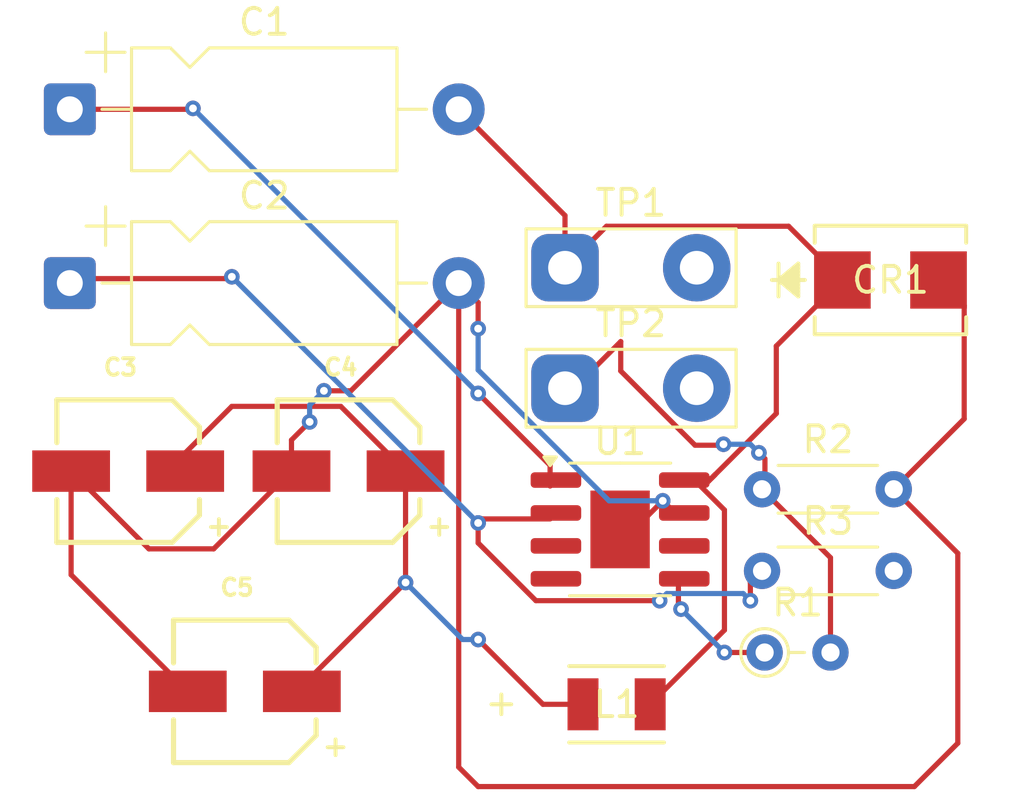
<source format=kicad_pcb>
(kicad_pcb (version 20241229) (generator "pcbnew") (generator_version "9.0")
  (layers (0 "F.Cu" signal) (2 "B.Cu" signal) (13 "F.Paste" user) (15 "B.Paste" user) (5 "F.SilkS" user "F.Silkscreen") (7 "B.SilkS" user "B.Silkscreen") (1 "F.Mask" user) (3 "B.Mask" user) (25 "Edge.Cuts" user))
  (net 0 "")
  (net 1 "Net-(U1-SW)")
  (net 2 "Net-(U1-BST)")
  (net 3 "GND")
  (net 4 "/VBatt")
  (net 5 "/Vout")
  (net 6 "/EN")
  (net 7 "Net-(U1-PGOOD)")
  (net 8 "/VCutN")
  (net 9 "Net-(U1-FB)")
  (footprint "TestPoint:TestPoint_2Pads_Pitch5.08mm_Drill1.3mm" (layer "F.Cu") (at 154.35 91.15)
    (property "Reference" "TP1" (at 2.54 -2.5 0) (layer "F.SilkS"))
    (property "Value" "TestPoint_Alt")
    (fp_line (start -1.5 -1.5) (end -1.5 1.5) (stroke (width 0.12)) (layer "F.SilkS"))
    (fp_line (start -1.5 -1.5) (end 6.6 -1.5) (stroke (width 0.12)) (layer "F.SilkS"))
    (fp_line (start 6.6 1.5) (end -1.5 1.5) (stroke (width 0.12)) (layer "F.SilkS"))
    (fp_line (start 6.6 1.5) (end 6.6 -1.5) (stroke (width 0.12)) (layer "F.SilkS"))
    (pad "1" thru_hole roundrect (at 0 0) (size 2.6 2.6) (drill 1.3) (layers "*.Cu" "*.Mask") (net 1 "Net-(U1-SW)"))
    (pad "2" thru_hole circle (at 5.08 0) (size 2.6 2.6) (drill 1.3) (layers "*.Cu" "*.Mask"))
  )
  (footprint "Package_SO:SOIC-8-1EP_3.9x4.9mm_P1.27mm_EP2.29x3mm" (layer "F.Cu") (at 156.475 101.25)
    (property "Reference" "U1" (at 0 -3.4 0) (layer "F.SilkS"))
    (property "Value" "ADP2303ARDZ")
    (fp_line (start 0 -2.56) (end -1.95 -2.56) (stroke (width 0.12)) (layer "F.SilkS"))
    (fp_line (start 0 -2.56) (end 1.95 -2.56) (stroke (width 0.12)) (layer "F.SilkS"))
    (fp_line (start 0 2.56) (end -1.95 2.56) (stroke (width 0.12)) (layer "F.SilkS"))
    (fp_line (start 0 2.56) (end 1.95 2.56) (stroke (width 0.12)) (layer "F.SilkS"))
    (fp_poly (pts (xy -2.7 -2.465) (xy -2.94 -2.795) (xy -2.46 -2.795)) (stroke (width 0.12)) (fill yes) (layer "F.SilkS"))
    (pad "1" smd roundrect (at -2.475 -1.905) (size 1.95 0.6) (layers "F.Cu" "F.Mask" "F.Paste") (net 2 "Net-(U1-BST)"))
    (pad "2" smd roundrect (at -2.475 -0.635) (size 1.95 0.6) (layers "F.Cu" "F.Mask" "F.Paste") (net 4 "/VBatt"))
    (pad "3" smd roundrect (at -2.475 0.635) (size 1.95 0.6) (layers "F.Cu" "F.Mask" "F.Paste") (net 6 "/EN"))
    (pad "4" smd roundrect (at -2.475 1.905) (size 1.95 0.6) (layers "F.Cu" "F.Mask" "F.Paste") (net 7 "Net-(U1-PGOOD)"))
    (pad "5" smd roundrect (at 2.475 1.905) (size 1.95 0.6) (layers "F.Cu" "F.Mask" "F.Paste") (net 9 "Net-(U1-FB)"))
    (pad "6" smd roundrect (at 2.475 0.635) (size 1.95 0.6) (layers "F.Cu" "F.Mask" "F.Paste"))
    (pad "7" smd roundrect (at 2.475 -0.635) (size 1.95 0.6) (layers "F.Cu" "F.Mask" "F.Paste") (net 3 "GND"))
    (pad "8" smd roundrect (at 2.475 -1.905) (size 1.95 0.6) (layers "F.Cu" "F.Mask" "F.Paste") (net 1 "Net-(U1-SW)"))
    (pad "9" smd rect (at 0 0) (size 2.29 3) (property pad_prop_heatsink) (layers "F.Cu" "F.Mask") (net 3 "GND"))
  )
  (footprint "imported_footprints:IND_NLV32T_TDK" (layer "F.Cu") (at 156.33985 108)
    (property "Reference" "L1" (at 0 0 0) (layer "F.SilkS"))
    (property "Value" "NLV32T-3R3J-EF")
    (fp_line (start -4.445 -0.381) (end -4.445 0.381) (stroke (width 0.1524)) (layer "F.SilkS"))
    (fp_line (start -4.064 0) (end -4.826 0) (stroke (width 0.1524)) (layer "F.SilkS"))
    (fp_line (start -1.8288 1.4732) (end 1.8288 1.4732) (stroke (width 0.1524)) (layer "F.SilkS"))
    (fp_line (start 1.8288 -1.4732) (end -1.8288 -1.4732) (stroke (width 0.1524)) (layer "F.SilkS"))
    (pad "1" smd rect (at -1.2954 0) (size 1.1938 2.0066) (layers "F.Cu" "F.Mask" "F.Paste") (net 5 "/Vout"))
    (pad "2" smd rect (at 1.2954 0) (size 1.1938 2.0066) (layers "F.Cu" "F.Mask" "F.Paste") (net 1 "Net-(U1-SW)"))
  )
  (footprint "Resistor_THT:R_Axial_DIN0204_L3.6mm_D1.6mm_P5.08mm_Horizontal" (layer "F.Cu") (at 161.95 102.85)
    (property "Reference" "R3" (at 2.54 -1.92 0) (layer "F.SilkS"))
    (property "Value" "10K")
    (fp_line (start 0.62 -0.92) (end 4.46 -0.92) (stroke (width 0.12)) (layer "F.SilkS"))
    (fp_line (start 0.62 0.92) (end 4.46 0.92) (stroke (width 0.12)) (layer "F.SilkS"))
    (pad "1" thru_hole circle (at 0 0) (size 1.4 1.4) (drill 0.7) (layers "*.Cu" "*.Mask") (net 4 "/VBatt"))
    (pad "2" thru_hole circle (at 5.08 0) (size 1.4 1.4) (drill 0.7) (layers "*.Cu" "*.Mask") (net 7 "Net-(U1-PGOOD)"))
  )
  (footprint "WCAP-ASLI:WCAP-ASLI_5X5.5_DXL_" (layer "F.Cu") (at 142 107.5)
    (property "Reference" "C5" (at -0.3 -4.0064 0) (layer "F.SilkS") (effects (font (size 0.64 0.64))))
    (property "Value" "WCAP-ASLI_5X5.5")
    (fp_line (start -2.75 -2.75) (end -2.75 -1.1) (stroke (width 0.2)) (layer "F.SilkS"))
    (fp_line (start -2.75 -2.75) (end 1.7 -2.75) (stroke (width 0.2)) (layer "F.SilkS"))
    (fp_line (start -2.75 2.75) (end -2.75 1.1) (stroke (width 0.2)) (layer "F.SilkS"))
    (fp_line (start -2.75 2.75) (end 1.7 2.75) (stroke (width 0.2)) (layer "F.SilkS"))
    (fp_line (start 1.7 -2.75) (end 2.75 -1.7) (stroke (width 0.2)) (layer "F.SilkS"))
    (fp_line (start 1.7 2.75) (end 2.75 1.7) (stroke (width 0.2)) (layer "F.SilkS"))
    (fp_line (start 2.75 -1.7) (end 2.75 -1.1) (stroke (width 0.2)) (layer "F.SilkS"))
    (fp_line (start 2.75 1.7) (end 2.75 1.1) (stroke (width 0.2)) (layer "F.SilkS"))
    (fp_text user "+" (at 3.5 2.1 0) (layer "F.SilkS") (effects (font (size 0.8 0.8))))
    (pad "1" smd rect (at 2.2 0) (size 3 1.6) (layers "F.Cu" "F.Mask" "F.Paste") (net 5 "/Vout"))
    (pad "2" smd rect (at -2.2 0) (size 3 1.6) (layers "F.Cu" "F.Mask" "F.Paste") (net 3 "GND"))
  )
  (footprint "WCAP-ASLI:WCAP-ASLI_5X5.5_DXL_" (layer "F.Cu") (at 146 99)
    (property "Reference" "C4" (at -0.3 -4.0064 0) (layer "F.SilkS") (effects (font (size 0.64 0.64))))
    (property "Value" "WCAP-ASLI_5X5.5")
    (fp_line (start -2.75 -2.75) (end -2.75 -1.1) (stroke (width 0.2)) (layer "F.SilkS"))
    (fp_line (start -2.75 -2.75) (end 1.7 -2.75) (stroke (width 0.2)) (layer "F.SilkS"))
    (fp_line (start -2.75 2.75) (end -2.75 1.1) (stroke (width 0.2)) (layer "F.SilkS"))
    (fp_line (start -2.75 2.75) (end 1.7 2.75) (stroke (width 0.2)) (layer "F.SilkS"))
    (fp_line (start 1.7 -2.75) (end 2.75 -1.7) (stroke (width 0.2)) (layer "F.SilkS"))
    (fp_line (start 1.7 2.75) (end 2.75 1.7) (stroke (width 0.2)) (layer "F.SilkS"))
    (fp_line (start 2.75 -1.7) (end 2.75 -1.1) (stroke (width 0.2)) (layer "F.SilkS"))
    (fp_line (start 2.75 1.7) (end 2.75 1.1) (stroke (width 0.2)) (layer "F.SilkS"))
    (fp_text user "+" (at 3.5 2.1 0) (layer "F.SilkS") (effects (font (size 0.8 0.8))))
    (pad "1" smd rect (at 2.2 0) (size 3 1.6) (layers "F.Cu" "F.Mask" "F.Paste") (net 5 "/Vout"))
    (pad "2" smd rect (at -2.2 0) (size 3 1.6) (layers "F.Cu" "F.Mask" "F.Paste") (net 3 "GND"))
  )
  (footprint "Resistor_THT:R_Axial_DIN0204_L3.6mm_D1.6mm_P2.54mm_Vertical" (layer "F.Cu") (at 162.05 106)
    (property "Reference" "R1" (at 1.27 -1.92 0) (layer "F.SilkS"))
    (property "Value" "10K")
    (fp_line (start 0.92 0) (end 1.54 0) (stroke (width 0.12)) (layer "F.SilkS"))
    (fp_circle (center 0 0) (end 0.92 0) (stroke (width 0.12)) (fill no) (layer "F.SilkS"))
    (pad "1" thru_hole circle (at 0 0) (size 1.4 1.4) (drill 0.7) (layers "*.Cu" "*.Mask") (net 9 "Net-(U1-FB)"))
    (pad "2" thru_hole circle (at 2.54 0) (size 1.4 1.4) (drill 0.7) (layers "*.Cu" "*.Mask") (net 8 "/VCutN"))
  )
  (footprint "Resistor_THT:R_Axial_DIN0204_L3.6mm_D1.6mm_P5.08mm_Horizontal" (layer "F.Cu") (at 161.95 99.7)
    (property "Reference" "R2" (at 2.54 -1.92 0) (layer "F.SilkS"))
    (property "Value" "0.5")
    (fp_line (start 0.62 -0.92) (end 4.46 -0.92) (stroke (width 0.12)) (layer "F.SilkS"))
    (fp_line (start 0.62 0.92) (end 4.46 0.92) (stroke (width 0.12)) (layer "F.SilkS"))
    (pad "1" thru_hole circle (at 0 0) (size 1.4 1.4) (drill 0.7) (layers "*.Cu" "*.Mask") (net 8 "/VCutN"))
    (pad "2" thru_hole circle (at 5.08 0) (size 1.4 1.4) (drill 0.7) (layers "*.Cu" "*.Mask") (net 3 "GND"))
  )
  (footprint "imported_footprints:CR_SMB_320-345BE_DIO" (layer "F.Cu") (at 166.9032 91.6237)
    (property "Reference" "CR1" (at 0 0 0) (layer "F.SilkS"))
    (property "Value" "B330B-13-F")
    (fp_line (start -4.318 -0.635) (end -4.318 0.635) (stroke (width 0.1524)) (layer "F.SilkS"))
    (fp_line (start -4.318 0) (end -3.556 -0.635) (stroke (width 0.1524)) (layer "F.SilkS"))
    (fp_line (start -4.318 0) (end -3.556 -0.508) (stroke (width 0.1524)) (layer "F.SilkS"))
    (fp_line (start -4.318 0) (end -3.556 -0.381) (stroke (width 0.1524)) (layer "F.SilkS"))
    (fp_line (start -4.318 0) (end -3.556 -0.254) (stroke (width 0.1524)) (layer "F.SilkS"))
    (fp_line (start -4.318 0) (end -3.556 -0.127) (stroke (width 0.1524)) (layer "F.SilkS"))
    (fp_line (start -4.318 0) (end -3.556 0.127) (stroke (width 0.1524)) (layer "F.SilkS"))
    (fp_line (start -4.318 0) (end -3.556 0.254) (stroke (width 0.1524)) (layer "F.SilkS"))
    (fp_line (start -4.318 0) (end -3.556 0.381) (stroke (width 0.1524)) (layer "F.SilkS"))
    (fp_line (start -4.318 0) (end -3.556 0.508) (stroke (width 0.1524)) (layer "F.SilkS"))
    (fp_line (start -4.318 0) (end -3.556 0.635) (stroke (width 0.1524)) (layer "F.SilkS"))
    (fp_line (start -3.556 -0.635) (end -3.556 0.635) (stroke (width 0.1524)) (layer "F.SilkS"))
    (fp_line (start -3.302 0) (end -4.572 0) (stroke (width 0.1524)) (layer "F.SilkS"))
    (fp_line (start -2.921 -2.0955) (end -2.921 -1.43764) (stroke (width 0.1524)) (layer "F.SilkS"))
    (fp_line (start -2.921 1.43764) (end -2.921 2.0955) (stroke (width 0.1524)) (layer "F.SilkS"))
    (fp_line (start -2.921 2.0955) (end 2.921 2.0955) (stroke (width 0.1524)) (layer "F.SilkS"))
    (fp_line (start 2.921 -2.0955) (end -2.921 -2.0955) (stroke (width 0.1524)) (layer "F.SilkS"))
    (fp_line (start 2.921 -1.43764) (end 2.921 -2.0955) (stroke (width 0.1524)) (layer "F.SilkS"))
    (fp_line (start 2.921 2.0955) (end 2.921 1.43764) (stroke (width 0.1524)) (layer "F.SilkS"))
    (pad "1" smd rect (at -1.8542 0 90) (size 2.2098 2.1844) (layers "F.Cu" "F.Mask" "F.Paste") (net 1 "Net-(U1-SW)"))
    (pad "2" smd rect (at 1.8542 0 90) (size 2.2098 2.1844) (layers "F.Cu" "F.Mask" "F.Paste") (net 3 "GND"))
  )
  (footprint "Capacitor_THT:CP_Axial_L10.0mm_D4.5mm_P15.00mm_Horizontal" (layer "F.Cu") (at 135.25 91.7425)
    (property "Reference" "C2" (at 7.5 -3.37 0) (layer "F.SilkS"))
    (property "Value" "10uF")
    (fp_line (start 0.63 -2.2) (end 2.13 -2.2) (stroke (width 0.12)) (layer "F.SilkS"))
    (fp_line (start 1.24 0) (end 2.38 0) (stroke (width 0.12)) (layer "F.SilkS"))
    (fp_line (start 1.38 -2.95) (end 1.38 -1.45) (stroke (width 0.12)) (layer "F.SilkS"))
    (fp_line (start 2.38 -2.37) (end 2.38 2.37) (stroke (width 0.12)) (layer "F.SilkS"))
    (fp_line (start 2.38 -2.37) (end 3.88 -2.37) (stroke (width 0.12)) (layer "F.SilkS"))
    (fp_line (start 2.38 2.37) (end 3.88 2.37) (stroke (width 0.12)) (layer "F.SilkS"))
    (fp_line (start 3.88 -2.37) (end 4.63 -1.62) (stroke (width 0.12)) (layer "F.SilkS"))
    (fp_line (start 3.88 2.37) (end 4.63 1.62) (stroke (width 0.12)) (layer "F.SilkS"))
    (fp_line (start 4.63 -1.62) (end 5.38 -2.37) (stroke (width 0.12)) (layer "F.SilkS"))
    (fp_line (start 4.63 1.62) (end 5.38 2.37) (stroke (width 0.12)) (layer "F.SilkS"))
    (fp_line (start 5.38 -2.37) (end 12.62 -2.37) (stroke (width 0.12)) (layer "F.SilkS"))
    (fp_line (start 5.38 2.37) (end 12.62 2.37) (stroke (width 0.12)) (layer "F.SilkS"))
    (fp_line (start 12.62 -2.37) (end 12.62 2.37) (stroke (width 0.12)) (layer "F.SilkS"))
    (fp_line (start 13.76 0) (end 12.62 0) (stroke (width 0.12)) (layer "F.SilkS"))
    (pad "1" thru_hole roundrect (at 0 0) (size 2 2) (drill 1) (layers "*.Cu" "*.Mask") (roundrect_rratio 0.125) (net 4 "/VBatt"))
    (pad "2" thru_hole circle (at 15 0) (size 2 2) (drill 1) (layers "*.Cu" "*.Mask") (net 3 "GND"))
  )
  (footprint "WCAP-ASLI:WCAP-ASLI_5X5.5_DXL_" (layer "F.Cu") (at 137.5 99)
    (property "Reference" "C3" (at -0.3 -4.0064 0) (layer "F.SilkS") (effects (font (size 0.64 0.64))))
    (property "Value" "WCAP-ASLI_5X5.5")
    (fp_line (start -2.75 -2.75) (end -2.75 -1.1) (stroke (width 0.2)) (layer "F.SilkS"))
    (fp_line (start -2.75 -2.75) (end 1.7 -2.75) (stroke (width 0.2)) (layer "F.SilkS"))
    (fp_line (start -2.75 2.75) (end -2.75 1.1) (stroke (width 0.2)) (layer "F.SilkS"))
    (fp_line (start -2.75 2.75) (end 1.7 2.75) (stroke (width 0.2)) (layer "F.SilkS"))
    (fp_line (start 1.7 -2.75) (end 2.75 -1.7) (stroke (width 0.2)) (layer "F.SilkS"))
    (fp_line (start 1.7 2.75) (end 2.75 1.7) (stroke (width 0.2)) (layer "F.SilkS"))
    (fp_line (start 2.75 -1.7) (end 2.75 -1.1) (stroke (width 0.2)) (layer "F.SilkS"))
    (fp_line (start 2.75 1.7) (end 2.75 1.1) (stroke (width 0.2)) (layer "F.SilkS"))
    (fp_text user "+" (at 3.5 2.1 0) (layer "F.SilkS") (effects (font (size 0.8 0.8))))
    (pad "1" smd rect (at 2.2 0) (size 3 1.6) (layers "F.Cu" "F.Mask" "F.Paste") (net 5 "/Vout"))
    (pad "2" smd rect (at -2.2 0) (size 3 1.6) (layers "F.Cu" "F.Mask" "F.Paste") (net 3 "GND"))
  )
  (footprint "TestPoint:TestPoint_2Pads_Pitch5.08mm_Drill1.3mm" (layer "F.Cu") (at 154.35 95.8)
    (property "Reference" "TP2" (at 2.54 -2.5 0) (layer "F.SilkS"))
    (property "Value" "TestPoint_Alt")
    (fp_line (start -1.5 -1.5) (end -1.5 1.5) (stroke (width 0.12)) (layer "F.SilkS"))
    (fp_line (start -1.5 -1.5) (end 6.6 -1.5) (stroke (width 0.12)) (layer "F.SilkS"))
    (fp_line (start 6.6 1.5) (end -1.5 1.5) (stroke (width 0.12)) (layer "F.SilkS"))
    (fp_line (start 6.6 1.5) (end 6.6 -1.5) (stroke (width 0.12)) (layer "F.SilkS"))
    (pad "1" thru_hole roundrect (at 0 0) (size 2.6 2.6) (drill 1.3) (layers "*.Cu" "*.Mask") (net 8 "/VCutN"))
    (pad "2" thru_hole circle (at 5.08 0) (size 2.6 2.6) (drill 1.3) (layers "*.Cu" "*.Mask"))
  )
  (footprint "Capacitor_THT:CP_Axial_L10.0mm_D4.5mm_P15.00mm_Horizontal" (layer "F.Cu") (at 135.25 85.035)
    (property "Reference" "C1" (at 7.5 -3.37 0) (layer "F.SilkS"))
    (property "Value" "0.1uF")
    (fp_line (start 0.63 -2.2) (end 2.13 -2.2) (stroke (width 0.12)) (layer "F.SilkS"))
    (fp_line (start 1.24 0) (end 2.38 0) (stroke (width 0.12)) (layer "F.SilkS"))
    (fp_line (start 1.38 -2.95) (end 1.38 -1.45) (stroke (width 0.12)) (layer "F.SilkS"))
    (fp_line (start 2.38 -2.37) (end 2.38 2.37) (stroke (width 0.12)) (layer "F.SilkS"))
    (fp_line (start 2.38 -2.37) (end 3.88 -2.37) (stroke (width 0.12)) (layer "F.SilkS"))
    (fp_line (start 2.38 2.37) (end 3.88 2.37) (stroke (width 0.12)) (layer "F.SilkS"))
    (fp_line (start 3.88 -2.37) (end 4.63 -1.62) (stroke (width 0.12)) (layer "F.SilkS"))
    (fp_line (start 3.88 2.37) (end 4.63 1.62) (stroke (width 0.12)) (layer "F.SilkS"))
    (fp_line (start 4.63 -1.62) (end 5.38 -2.37) (stroke (width 0.12)) (layer "F.SilkS"))
    (fp_line (start 4.63 1.62) (end 5.38 2.37) (stroke (width 0.12)) (layer "F.SilkS"))
    (fp_line (start 5.38 -2.37) (end 12.62 -2.37) (stroke (width 0.12)) (layer "F.SilkS"))
    (fp_line (start 5.38 2.37) (end 12.62 2.37) (stroke (width 0.12)) (layer "F.SilkS"))
    (fp_line (start 12.62 -2.37) (end 12.62 2.37) (stroke (width 0.12)) (layer "F.SilkS"))
    (fp_line (start 13.76 0) (end 12.62 0) (stroke (width 0.12)) (layer "F.SilkS"))
    (pad "1" thru_hole roundrect (at 0 0) (size 2 2) (drill 1) (layers "*.Cu" "*.Mask") (roundrect_rratio 0.125) (net 2 "Net-(U1-BST)"))
    (pad "2" thru_hole circle (at 15 0) (size 2 2) (drill 1) (layers "*.Cu" "*.Mask") (net 1 "Net-(U1-SW)"))
  )
  (segment (start 154.35 89.135) (end 154.35 91.15) (width 0.2) (layer "F.Cu") (net 1))
  (segment (start 160.1375 99.1375) (end 159.699999 99.575) (width 0.2) (layer "F.Cu") (net 1))
  (segment (start 162.9743 89.549) (end 165.049 91.6237) (width 0.2) (layer "F.Cu") (net 1))
  (segment (start 159.345 99.345) (end 158.95 99.345) (width 0.2) (layer "F.Cu") (net 1))
  (segment (start 162.5 96.774999) (end 160.1375 99.1375) (width 0.2) (layer "F.Cu") (net 1))
  (segment (start 158.9925 99.3875) (end 158.95 99.345) (width 0.2) (layer "F.Cu") (net 1))
  (segment (start 160.1375 99.1375) (end 159.8875 99.3875) (width 0.2) (layer "F.Cu") (net 1))
  (segment (start 160.5 100.5) (end 159.345 99.345) (width 0.2) (layer "F.Cu") (net 1))
  (segment (start 165.049 91.6237) (end 162.5 94.1727) (width 0.2) (layer "F.Cu") (net 1))
  (segment (start 160.5 105.13525) (end 160.5 100.5) (width 0.2) (layer "F.Cu") (net 1))
  (segment (start 160.001 99.274) (end 160.1375 99.1375) (width 0.2) (layer "F.Cu") (net 1))
  (segment (start 150.25 85.035) (end 154.35 89.135) (width 0.2) (layer "F.Cu") (net 1))
  (segment (start 154.35 91.15) (end 155.951 89.549) (width 0.2) (layer "F.Cu") (net 1))
  (segment (start 159.8875 99.3875) (end 158.9925 99.3875) (width 0.2) (layer "F.Cu") (net 1))
  (segment (start 155.951 89.549) (end 162.9743 89.549) (width 0.2) (layer "F.Cu") (net 1))
  (segment (start 162.5 94.1727) (end 162.5 96.774999) (width 0.2) (layer "F.Cu") (net 1))
  (segment (start 157.63525 108) (end 160.5 105.13525) (width 0.2) (layer "F.Cu") (net 1))
  (segment (start 153.775 98.775) (end 151 96) (width 0.2) (layer "F.Cu") (net 2))
  (segment (start 139.965 85.035) (end 135.25 85.035) (width 0.2) (layer "F.Cu") (net 2))
  (segment (start 153.775 99.575) (end 153.775 98.775) (width 0.2) (layer "F.Cu") (net 2))
  (segment (start 140 85) (end 139.965 85.035) (width 0.2) (layer "F.Cu") (net 2))
  (via (at 140 85) (size 0.6) (drill 0.3) (layers "F.Cu" "B.Cu") (net 2))
  (via (at 151 96) (size 0.6) (drill 0.3) (layers "F.Cu" "B.Cu") (net 2))
  (segment (start 151 96) (end 140 85) (width 0.2) (layer "B.Cu") (net 2))
  (segment (start 157.015002 101.25) (end 158.120002 100.145) (width 0.2) (layer "F.Cu") (net 3))
  (segment (start 158.95 100.615) (end 158.590002 100.615) (width 0.2) (layer "F.Cu") (net 3))
  (segment (start 150.25 110.425) (end 151 111.175) (width 0.2) (layer "F.Cu") (net 3))
  (segment (start 151 111.175) (end 167.825 111.175) (width 0.2) (layer "F.Cu") (net 3))
  (segment (start 169.5 102.17) (end 167.03 99.7) (width 0.2) (layer "F.Cu") (net 3))
  (segment (start 151 93.5) (end 151 92.4925) (width 0.2) (layer "F.Cu") (net 3))
  (segment (start 151 92.4925) (end 150.25 91.7425) (width 0.2) (layer "F.Cu") (net 3))
  (segment (start 138.3 102) (end 135.3 99) (width 0.2) (layer "F.Cu") (net 3))
  (segment (start 135.3 103) (end 139.8 107.5) (width 0.2) (layer "F.Cu") (net 3))
  (segment (start 169.7474 92.6137) (end 169.7474 96.9826) (width 0.2) (layer "F.Cu") (net 3))
  (segment (start 168.7574 91.6237) (end 169.7474 92.6137) (width 0.2) (layer "F.Cu") (net 3))
  (segment (start 145.051473 95.9) (end 146.0925 95.9) (width 0.2) (layer "F.Cu") (net 3))
  (segment (start 146.0925 95.9) (end 150.25 91.7425) (width 0.2) (layer "F.Cu") (net 3))
  (segment (start 169.7474 96.9826) (end 167.03 99.7) (width 0.2) (layer "F.Cu") (net 3))
  (segment (start 143.8 97.8) (end 144.5 97.1) (width 0.2) (layer "F.Cu") (net 3))
  (segment (start 140.8 102) (end 138.3 102) (width 0.2) (layer "F.Cu") (net 3))
  (segment (start 167.825 111.175) (end 169.5 109.5) (width 0.2) (layer "F.Cu") (net 3))
  (segment (start 169.5 109.5) (end 169.5 102.17) (width 0.2) (layer "F.Cu") (net 3))
  (segment (start 143.8 99) (end 140.8 102) (width 0.2) (layer "F.Cu") (net 3))
  (segment (start 156.475 101.25) (end 157.015002 101.25) (width 0.2) (layer "F.Cu") (net 3))
  (segment (start 158.590002 100.615) (end 158.120002 100.145) (width 0.2) (layer "F.Cu") (net 3))
  (segment (start 150.25 91.57) (end 150.25 110.425) (width 0.2) (layer "F.Cu") (net 3))
  (segment (start 135.3 99) (end 135.3 103) (width 0.2) (layer "F.Cu") (net 3))
  (segment (start 143.8 99) (end 143.8 97.8) (width 0.2) (layer "F.Cu") (net 3))
  (via (at 158.120002 100.145) (size 0.6) (drill 0.3) (layers "F.Cu" "B.Cu") (net 3))
  (via (at 144.5 97.1) (size 0.6) (drill 0.3) (layers "F.Cu" "B.Cu") (net 3))
  (via (at 145.051473 95.9) (size 0.6) (drill 0.3) (layers "F.Cu" "B.Cu") (net 3))
  (via (at 151 93.5) (size 0.6) (drill 0.3) (layers "F.Cu" "B.Cu") (net 3))
  (segment (start 144.5 96.451473) (end 145.051473 95.9) (width 0.2) (layer "B.Cu") (net 3))
  (segment (start 156.050082 100.145) (end 151 95.094918) (width 0.2) (layer "B.Cu") (net 3))
  (segment (start 151 95.094918) (end 151 93.5) (width 0.2) (layer "B.Cu") (net 3))
  (segment (start 158.120002 100.145) (end 156.050082 100.145) (width 0.2) (layer "B.Cu") (net 3))
  (segment (start 144.5 97.1) (end 144.5 96.451473) (width 0.2) (layer "B.Cu") (net 3))
  (segment (start 141.5 91.5) (end 141.43 91.57) (width 0.2) (layer "F.Cu") (net 4))
  (segment (start 161.5 104) (end 161.5 103.3) (width 0.2) (layer "F.Cu") (net 4))
  (segment (start 153.228032 104) (end 158 104) (width 0.2) (layer "F.Cu") (net 4))
  (segment (start 141.43 91.57) (end 135.25 91.57) (width 0.2) (layer "F.Cu") (net 4))
  (segment (start 151 101.771968) (end 153.228032 104) (width 0.2) (layer "F.Cu") (net 4))
  (segment (start 151.155 100.845) (end 151 101) (width 0.2) (layer "F.Cu") (net 4))
  (segment (start 161.5 103.3) (end 161.95 102.85) (width 0.2) (layer "F.Cu") (net 4))
  (segment (start 153.775 100.845) (end 151.155 100.845) (width 0.2) (layer "F.Cu") (net 4))
  (segment (start 151 101) (end 151 101.771968) (width 0.2) (layer "F.Cu") (net 4))
  (via (at 141.5 91.5) (size 0.6) (drill 0.3) (layers "F.Cu" "B.Cu") (net 4))
  (via (at 151 101) (size 0.6) (drill 0.3) (layers "F.Cu" "B.Cu") (net 4))
  (via (at 158 104) (size 0.6) (drill 0.3) (layers "F.Cu" "B.Cu") (net 4))
  (via (at 161.5 104) (size 0.6) (drill 0.3) (layers "F.Cu" "B.Cu") (net 4))
  (segment (start 158 104) (end 158.275265 103.724735) (width 0.2) (layer "B.Cu") (net 4))
  (segment (start 158.275265 103.724735) (end 161.224735 103.724735) (width 0.2) (layer "B.Cu") (net 4))
  (segment (start 161.224735 103.724735) (end 161.5 104) (width 0.2) (layer "B.Cu") (net 4))
  (segment (start 151 101) (end 141.5 91.5) (width 0.2) (layer "B.Cu") (net 4))
  (segment (start 139.7 98.3) (end 139.7 99) (width 0.2) (layer "F.Cu") (net 5))
  (segment (start 155.04445 108) (end 153.5 108) (width 0.2) (layer "F.Cu") (net 5))
  (segment (start 153.5 108) (end 151 105.5) (width 0.2) (layer "F.Cu") (net 5))
  (segment (start 145.7 96.5) (end 141.5 96.5) (width 0.2) (layer "F.Cu") (net 5))
  (segment (start 148.2 99) (end 145.7 96.5) (width 0.2) (layer "F.Cu") (net 5))
  (segment (start 141.5 96.5) (end 139.7 98.3) (width 0.2) (layer "F.Cu") (net 5))
  (segment (start 148.2 103.3) (end 148.2 99) (width 0.2) (layer "F.Cu") (net 5))
  (segment (start 144.2 107.5) (end 144.2 107.3) (width 0.2) (layer "F.Cu") (net 5))
  (segment (start 144.2 107.3) (end 148.2 103.3) (width 0.2) (layer "F.Cu") (net 5))
  (via (at 148.2 103.3) (size 0.6) (drill 0.3) (layers "F.Cu" "B.Cu") (net 5))
  (via (at 151 105.5) (size 0.6) (drill 0.3) (layers "F.Cu" "B.Cu") (net 5))
  (segment (start 151 105.5) (end 150.4 105.5) (width 0.2) (layer "B.Cu") (net 5))
  (segment (start 150.4 105.5) (end 148.2 103.3) (width 0.2) (layer "B.Cu") (net 5))
  (segment (start 162.061764 98.524999) (end 162.061764 99.588236) (width 0.2) (layer "F.Cu") (net 8))
  (segment (start 156.5 94) (end 154.7 95.8) (width 0.2) (layer "F.Cu") (net 8))
  (segment (start 159.365844 98) (end 160.5 98) (width 0.2) (layer "F.Cu") (net 8))
  (segment (start 154.7 95.8) (end 154.35 95.8) (width 0.2) (layer "F.Cu") (net 8))
  (segment (start 160.5 98) (end 160.463235 97.963235) (width 0.2) (layer "F.Cu") (net 8))
  (segment (start 156.5 94) (end 156.5 95.134156) (width 0.2) (layer "F.Cu") (net 8))
  (segment (start 162.061764 99.588236) (end 161.95 99.7) (width 0.2) (layer "F.Cu") (net 8))
  (segment (start 164.59 106) (end 164.59 102.34) (width 0.2) (layer "F.Cu") (net 8))
  (segment (start 164.59 102.34) (end 161.95 99.7) (width 0.2) (layer "F.Cu") (net 8))
  (segment (start 156.5 95.134156) (end 159.365844 98) (width 0.2) (layer "F.Cu") (net 8))
  (segment (start 161.830147 98.293382) (end 162.061764 98.524999) (width 0.2) (layer "F.Cu") (net 8))
  (via (at 161.830147 98.293382) (size 0.6) (drill 0.3) (layers "F.Cu" "B.Cu") (net 8))
  (via (at 160.463235 97.963235) (size 0.6) (drill 0.3) (layers "F.Cu" "B.Cu") (net 8))
  (segment (start 161.830147 98.293382) (end 161.5 97.963235) (width 0.2) (layer "B.Cu") (net 8))
  (segment (start 161.5 97.963235) (end 160.463235 97.963235) (width 0.2) (layer "B.Cu") (net 8))
  (segment (start 162.05 106) (end 160.5 106) (width 0.2) (layer "F.Cu") (net 9))
  (segment (start 158.725 103.385) (end 158.725 104.225) (width 0.2) (layer "F.Cu") (net 9))
  (segment (start 158.725 104.225) (end 158.825735 104.325735) (width 0.2) (layer "F.Cu") (net 9))
  (via (at 158.825735 104.325735) (size 0.6) (drill 0.3) (layers "F.Cu" "B.Cu") (net 9))
  (via (at 160.5 106) (size 0.6) (drill 0.3) (layers "F.Cu" "B.Cu") (net 9))
  (segment (start 160.5 106) (end 158.825735 104.325735) (width 0.2) (layer "B.Cu") (net 9))
)
</source>
